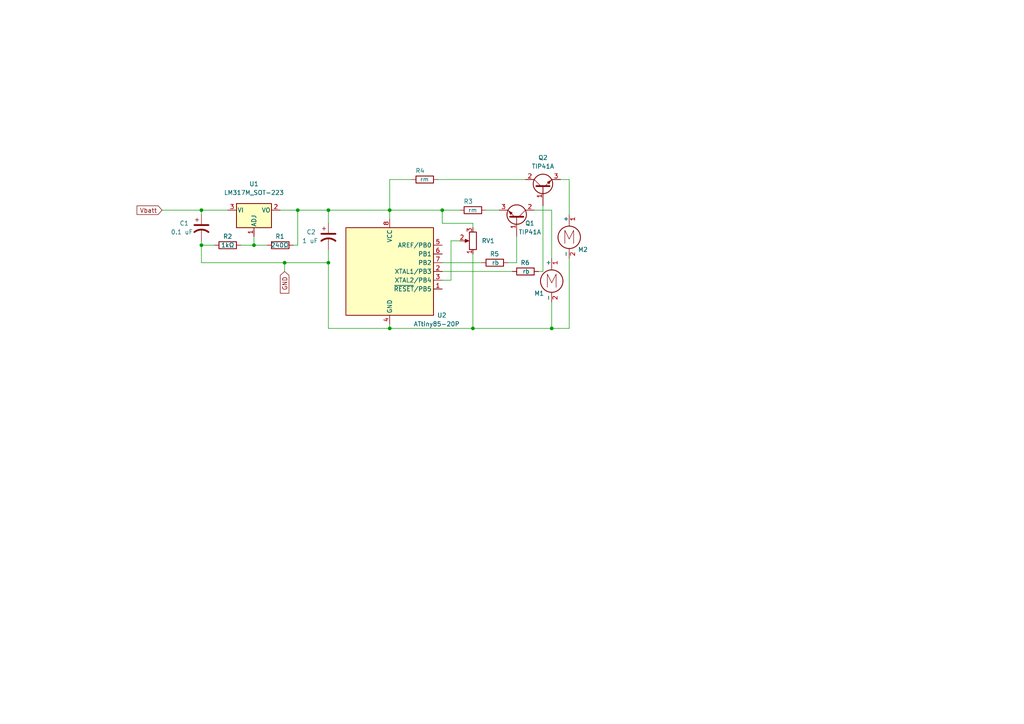
<source format=kicad_sch>
(kicad_sch (version 20231120) (generator "eeschema") (generator_version "8.0")
  (paper "A4")
  (lib_symbols
    (symbol "Device:C_Polarized_US" (pin_numbers hide) (pin_names (offset 0.254) hide)
      (property "Reference" "C" (at 0.635 2.54 0))
      (property "Value" "C_Polarized_US" (at 0.635 -2.54 0))
      (symbol "C_Polarized_US_0_1"
        (polyline (pts (xy -2.032 0.762) (xy 2.032 0.762)) (stroke (width 0.508)))
        (polyline (pts (xy -1.778 2.286) (xy -0.762 2.286)))
        (polyline (pts (xy -1.27 1.778) (xy -1.27 2.794)))
        (arc (start 2.032 -1.27) (mid 0 -0.5572) (end -2.032 -1.27) (stroke (width 0.508)))
      )
      (symbol "C_Polarized_US_1_1"
        (pin passive line (at 0 3.81 270) (length 2.794) (name "~") (number "1"))
        (pin passive line (at 0 -3.81 90) (length 3.302) (name "~") (number "2"))
      )
    )
    (symbol "Device:R" (pin_numbers hide) (pin_names (offset 0))
      (property "Reference" "R" (at 2.032 0 90))
      (property "Value" "R" (at 0 0 90))
      (symbol "R_0_1"
        (rectangle (start -1.016 -2.54) (end 1.016 2.54) (stroke (width 0.254)))
      )
      (symbol "R_1_1"
        (pin passive line (at 0 3.81 270) (length 1.27) (name "~") (number "1"))
        (pin passive line (at 0 -3.81 90) (length 1.27) (name "~") (number "2"))
      )
    )
    (symbol "Device:R_Potentiometer" (pin_names (offset 1.016) hide)
      (property "Reference" "RV" (at -4.445 0 90))
      (property "Value" "R_Potentiometer" (at -2.54 0 90))
      (symbol "R_Potentiometer_0_1"
        (polyline (pts (xy 2.54 0) (xy 1.524 0)))
        (polyline (pts (xy 1.143 0) (xy 2.286 0.508) (xy 2.286 -0.508) (xy 1.143 0)) (fill (type outline)))
        (rectangle (start 1.016 2.54) (end -1.016 -2.54) (stroke (width 0.254)))
      )
      (symbol "R_Potentiometer_1_1"
        (pin passive line (at 0 3.81 270) (length 1.27) (name "1") (number "1"))
        (pin passive line (at 3.81 0 180) (length 1.27) (name "2") (number "2"))
        (pin passive line (at 0 -3.81 90) (length 1.27) (name "3") (number "3"))
      )
    )
    (symbol "MCU_Microchip_ATtiny:ATtiny85-20P"
      (property "Reference" "U" (at -12.7 13.97 0))
      (property "Value" "ATtiny85-20P" (at 2.54 -13.97 0))
      (symbol "ATtiny85-20P_0_1"
        (rectangle (start -12.7 -12.7) (end 12.7 12.7) (stroke (width 0.254)) (fill (type background)))
      )
      (symbol "ATtiny85-20P_1_1"
        (pin bidirectional line (at 15.24 -5.08 180) (length 2.54) (name "~{RESET}/PB5") (number "1"))
        (pin bidirectional line (at 15.24 0 180) (length 2.54) (name "XTAL1/PB3") (number "2"))
        (pin bidirectional line (at 15.24 -2.54 180) (length 2.54) (name "XTAL2/PB4") (number "3"))
        (pin power_in line (at 0 -15.24 90) (length 2.54) (name "GND") (number "4"))
        (pin bidirectional line (at 15.24 7.62 180) (length 2.54) (name "AREF/PB0") (number "5"))
        (pin bidirectional line (at 15.24 5.08 180) (length 2.54) (name "PB1") (number "6"))
        (pin bidirectional line (at 15.24 2.54 180) (length 2.54) (name "PB2") (number "7"))
        (pin power_in line (at 0 15.24 270) (length 2.54) (name "VCC") (number "8"))
      )
    )
    (symbol "Motor:Motor_DC" (pin_names (offset 0))
      (property "Reference" "M" (at 2.54 2.54 0))
      (property "Value" "Motor_DC" (at 2.54 -5.08 0))
      (symbol "Motor_DC_0_0"
        (polyline (pts (xy -1.27 -3.302) (xy -1.27 0.508) (xy 0 -2.032) (xy 1.27 0.508) (xy 1.27 -3.302)))
      )
      (symbol "Motor_DC_0_1"
        (circle (center 0 -1.524) (radius 3.2512) (stroke (width 0.254)))
        (polyline (pts (xy 0 -7.62) (xy 0 -7.112)))
        (polyline (pts (xy 0 -4.7752) (xy 0 -5.1816)))
        (polyline (pts (xy 0 1.7272) (xy 0 2.0828)))
        (polyline (pts (xy 0 2.032) (xy 0 2.54)))
      )
      (symbol "Motor_DC_1_1"
        (pin passive line (at 0 5.08 270) (length 2.54) (name "+") (number "1"))
        (pin passive line (at 0 -7.62 90) (length 2.54) (name "-") (number "2"))
      )
    )
    (symbol "Regulator_Linear:LM317_SOT-223" (pin_names (offset 0.254))
      (property "Reference" "U" (at -3.81 3.175 0))
      (property "Value" "LM317_SOT-223" (at 0 3.175 0))
      (symbol "LM317_SOT-223_0_1"
        (rectangle (start -5.08 1.905) (end 5.08 -5.08) (stroke (width 0.254)) (fill (type background)))
      )
      (symbol "LM317_SOT-223_1_1"
        (pin input line (at 0 -7.62 90) (length 2.54) (name "ADJ") (number "1"))
        (pin power_out line (at 7.62 0 180) (length 2.54) (name "VO") (number "2"))
        (pin power_in line (at -7.62 0 0) (length 2.54) (name "VI") (number "3"))
      )
    )
    (symbol "Transistor_BJT:TIP41A" (pin_names (offset 0) hide)
      (property "Reference" "Q" (at 6.35 1.905 0))
      (property "Value" "TIP41A" (at 6.35 0 0))
      (symbol "TIP41A_0_1"
        (polyline (pts (xy 0.635 0.635) (xy 2.54 2.54)))
        (polyline (pts (xy 0.635 -0.635) (xy 2.54 -2.54) (xy 2.54 -2.54)))
        (polyline (pts (xy 0.635 1.905) (xy 0.635 -1.905) (xy 0.635 -1.905)) (stroke (width 0.508)))
        (polyline (pts (xy 1.27 -1.778) (xy 1.778 -1.27) (xy 2.286 -2.286) (xy 1.27 -1.778) (xy 1.27 -1.778)) (fill (type outline)))
        (circle (center 1.27 0) (radius 2.8194) (stroke (width 0.254)))
      )
      (symbol "TIP41A_1_1"
        (pin input line (at -5.08 0 0) (length 5.715) (name "B") (number "1"))
        (pin passive line (at 2.54 5.08 270) (length 2.54) (name "C") (number "2"))
        (pin passive line (at 2.54 -5.08 90) (length 2.54) (name "E") (number "3"))
      )
    )
  )
  (junction (at 58.42 60.96))
  (junction (at 95.25 60.96))
  (junction (at 113.03 60.96))
  (junction (at 95.25 76.2))
  (junction (at 113.03 95.25))
  (junction (at 73.66 71.12))
  (junction (at 86.36 60.96))
  (junction (at 58.42 71.12))
  (junction (at 82.55 76.2))
  (junction (at 128.27 60.96))
  (junction (at 137.16 95.25))
  (junction (at 160.02 95.25))
  (wire (pts (xy 128.27 64.77) (xy 137.16 64.77)))
  (wire (pts (xy 128.27 78.74) (xy 148.59 78.74)))
  (wire (pts (xy 86.36 60.96) (xy 95.25 60.96)))
  (wire (pts (xy 58.42 62.23) (xy 58.42 60.96)))
  (wire (pts (xy 154.94 60.96) (xy 160.02 60.96)))
  (wire (pts (xy 149.86 68.58) (xy 149.86 76.2)))
  (wire (pts (xy 137.16 95.25) (xy 160.02 95.25)))
  (wire (pts (xy 85.09 71.12) (xy 86.36 71.12)))
  (wire (pts (xy 86.36 71.12) (xy 86.36 60.96)))
  (wire (pts (xy 130.81 81.28) (xy 130.81 69.85)))
  (wire (pts (xy 127 52.07) (xy 152.4 52.07)))
  (wire (pts (xy 113.03 95.25) (xy 113.03 93.98)))
  (wire (pts (xy 157.48 78.74) (xy 156.21 78.74)))
  (wire (pts (xy 165.1 52.07) (xy 165.1 62.23)))
  (wire (pts (xy 165.1 74.93) (xy 165.1 95.25)))
  (wire (pts (xy 58.42 71.12) (xy 62.23 71.12)))
  (wire (pts (xy 95.25 60.96) (xy 95.25 64.77)))
  (wire (pts (xy 162.56 52.07) (xy 165.1 52.07)))
  (wire (pts (xy 58.42 60.96) (xy 66.04 60.96)))
  (wire (pts (xy 157.48 59.69) (xy 157.48 78.74)))
  (wire (pts (xy 82.55 76.2) (xy 82.55 78.74)))
  (wire (pts (xy 160.02 87.63) (xy 160.02 95.25)))
  (wire (pts (xy 113.03 60.96) (xy 113.03 52.07)))
  (wire (pts (xy 137.16 73.66) (xy 137.16 95.25)))
  (wire (pts (xy 128.27 60.96) (xy 128.27 64.77)))
  (wire (pts (xy 113.03 60.96) (xy 95.25 60.96)))
  (wire (pts (xy 128.27 60.96) (xy 133.35 60.96)))
  (wire (pts (xy 160.02 60.96) (xy 160.02 74.93)))
  (wire (pts (xy 113.03 60.96) (xy 128.27 60.96)))
  (wire (pts (xy 113.03 63.5) (xy 113.03 60.96)))
  (wire (pts (xy 128.27 81.28) (xy 130.81 81.28)))
  (wire (pts (xy 82.55 76.2) (xy 95.25 76.2)))
  (wire (pts (xy 69.85 71.12) (xy 73.66 71.12)))
  (wire (pts (xy 137.16 64.77) (xy 137.16 66.04)))
  (wire (pts (xy 113.03 52.07) (xy 119.38 52.07)))
  (wire (pts (xy 95.25 72.39) (xy 95.25 76.2)))
  (wire (pts (xy 95.25 76.2) (xy 95.25 95.25)))
  (wire (pts (xy 140.97 60.96) (xy 144.78 60.96)))
  (wire (pts (xy 58.42 76.2) (xy 82.55 76.2)))
  (wire (pts (xy 46.99 60.96) (xy 58.42 60.96)))
  (wire (pts (xy 128.27 76.2) (xy 139.7 76.2)))
  (wire (pts (xy 58.42 69.85) (xy 58.42 71.12)))
  (wire (pts (xy 81.28 60.96) (xy 86.36 60.96)))
  (wire (pts (xy 130.81 69.85) (xy 133.35 69.85)))
  (wire (pts (xy 113.03 95.25) (xy 137.16 95.25)))
  (wire (pts (xy 113.03 95.25) (xy 95.25 95.25)))
  (wire (pts (xy 149.86 76.2) (xy 147.32 76.2)))
  (wire (pts (xy 58.42 71.12) (xy 58.42 76.2)))
  (wire (pts (xy 73.66 68.58) (xy 73.66 71.12)))
  (wire (pts (xy 73.66 71.12) (xy 77.47 71.12)))
  (wire (pts (xy 160.02 95.25) (xy 165.1 95.25)))
  (global_label "Vbatt" (shape input) (at 46.99 60.96 180) (property "Intersheetrefs" "${INTERSHEET_REFS}" (effects (hide yes))))
  (global_label "GND" (shape input) (at 82.55 78.74 270) (property "Intersheetrefs" "${INTERSHEET_REFS}" (effects (hide yes))))
  (symbol (lib_id "Motor:Motor_DC") (at 165.1 67.31 0) (unit 1)
    (property "Reference" "M2" (at 167.64 72.39 0) (effects (justify left)))
    (property "Value" "vib_mot" (effects (hide yes)))
    (property "Footprint" "Connector_PinHeader_2.54mm:PinHeader_1x02_P2.54mm_Vertical" (effects (hide yes)))
  )
  (symbol (lib_id "Motor:Motor_DC") (at 160.02 80.01 0) (unit 1)
    (property "Reference" "M1" (at 154.94 85.09 0) (effects (justify left)))
    (property "Value" "vib_mot" (effects (hide yes)))
    (property "Footprint" "Connector_PinHeader_2.54mm:PinHeader_1x02_P2.54mm_Vertical" (effects (hide yes)))
  )
  (symbol (lib_id "Device:C_Polarized_US") (at 95.25 68.58 0) (unit 1)
    (property "Reference" "C2" (at 88.9 67.31 0) (effects (justify left)))
    (property "Value" "1 uF" (at 87.63 69.85 0) (effects (justify left)))
    (property "Footprint" "Capacitor_SMD:CP_Elec_4x5.4" (effects (hide yes)))
  )
  (symbol (lib_id "Transistor_BJT:TIP41A") (at 149.86 63.5 270) (mirror x) (unit 1)
    (property "Reference" "Q1" (at 153.67 64.77 90))
    (property "Value" "TIP41A" (at 153.67 67.31 90))
    (property "Footprint" "Package_TO_SOT_SMD:SOT-23" (effects (hide yes)))
    (property "Datasheet" "https://www.centralsemi.com/get_document.php?cmp=1&mergetype=pd&mergepath=pd&pdf_id=tip41.PDF" (effects (hide yes)))
  )
  (symbol (lib_id "MCU_Microchip_ATtiny:ATtiny85-20P") (at 113.03 78.74 0) (unit 1)
    (property "Reference" "U2" (at 129.54 91.44 0) (effects (justify right)))
    (property "Value" "ATtiny85-20P" (at 133.35 93.98 0) (effects (justify right)))
    (property "Footprint" "Package_DIP:DIP-8_W7.62mm" (effects (hide yes)))
    (property "Datasheet" "http://ww1.microchip.com/downloads/en/DeviceDoc/atmel-2586-avr-8-bit-microcontroller-attiny25-attiny45-attiny85_datasheet.pdf" (effects (hide yes)))
  )
  (symbol (lib_id "Device:C_Polarized_US") (at 58.42 66.04 0) (unit 1)
    (property "Reference" "C1" (at 52.07 64.77 0) (effects (justify left)))
    (property "Value" "0.1 uF" (at 49.53 67.31 0) (effects (justify left)))
    (property "Footprint" "Capacitor_SMD:CP_Elec_4x5.4" (effects (hide yes)))
  )
  (symbol (lib_id "Regulator_Linear:LM317_SOT-223") (at 73.66 60.96 0) (unit 1)
    (property "Reference" "U1" (at 73.66 53.34 0))
    (property "Value" "LM317M_SOT-223" (at 73.66 55.88 0))
    (property "Footprint" "Package_TO_SOT_SMD:SOT-223-3_TabPin2" (effects (hide yes)))
    (property "Datasheet" "http://www.ti.com/lit/ds/symlink/lm317.pdf" (effects (hide yes)))
  )
  (symbol (lib_id "Device:R") (at 66.04 71.12 270) (unit 1)
    (property "Reference" "R2" (at 66.04 68.58 90))
    (property "Value" "1kΩ" (at 66.04 71.12 90))
    (property "Footprint" "Resistor_SMD:R_1206_3216Metric" (effects (hide yes)))
  )
  (symbol (lib_id "Device:R") (at 143.51 76.2 90) (unit 1)
    (property "Reference" "R5" (at 144.78 73.66 90) (effects (justify left)))
    (property "Value" "rb" (at 144.78 76.2 90) (effects (justify left)))
    (property "Footprint" "Resistor_SMD:R_1206_3216Metric" (effects (hide yes)))
  )
  (symbol (lib_id "Device:R") (at 123.19 52.07 90) (mirror x) (unit 1)
    (property "Reference" "R4" (at 123.19 49.53 90) (effects (justify left)))
    (property "Value" "rm" (at 124.46 52.07 90) (effects (justify left)))
    (property "Footprint" "Resistor_SMD:R_1206_3216Metric" (effects (hide yes)))
  )
  (symbol (lib_id "Device:R") (at 137.16 60.96 90) (unit 1)
    (property "Reference" "R3" (at 137.16 58.42 90) (effects (justify left)))
    (property "Value" "rm" (at 138.43 60.96 90) (effects (justify left)))
    (property "Footprint" "Resistor_SMD:R_1206_3216Metric" (effects (hide yes)))
  )
  (symbol (lib_id "Device:R") (at 152.4 78.74 90) (unit 1)
    (property "Reference" "R6" (at 153.67 76.2 90) (effects (justify left)))
    (property "Value" "rb" (at 153.67 78.74 90) (effects (justify left)))
    (property "Footprint" "Resistor_SMD:R_1206_3216Metric" (effects (hide yes)))
  )
  (symbol (lib_id "Device:R_Potentiometer") (at 137.16 69.85 180) (unit 1)
    (property "Reference" "RV1" (at 139.7 69.8499 0) (effects (justify right)))
    (property "Value" "R_Potentiometer" (effects (hide yes)))
  )
  (symbol (lib_id "Device:R") (at 81.28 71.12 90) (unit 1)
    (property "Reference" "R1" (at 82.55 68.58 90) (effects (justify left)))
    (property "Value" "240Ω" (at 83.82 71.12 90) (effects (justify left)))
    (property "Footprint" "Resistor_SMD:R_1206_3216Metric" (effects (hide yes)))
  )
  (symbol (lib_id "Transistor_BJT:TIP41A") (at 157.48 54.61 90) (unit 1)
    (property "Reference" "Q2" (at 157.48 45.72 90))
    (property "Value" "TIP41A" (at 157.48 48.26 90))
    (property "Footprint" "Package_TO_SOT_SMD:SOT-23" (effects (hide yes)))
    (property "Datasheet" "https://www.centralsemi.com/get_document.php?cmp=1&mergetype=pd&mergepath=pd&pdf_id=tip41.PDF" (effects (hide yes)))
  )
)
</source>
